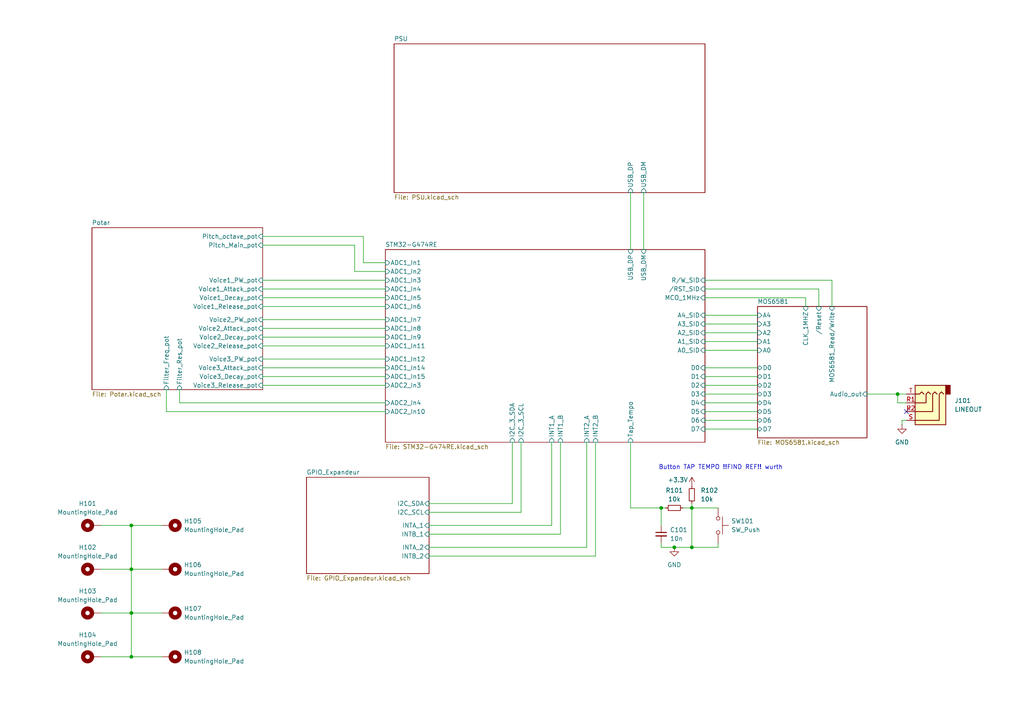
<source format=kicad_sch>
(kicad_sch (version 20231120) (generator "eeschema") (generator_version "8.0")
  (paper "A4")
  (lib_symbols
    (symbol "Connector_Audio:AudioJack4"
      (property "Reference" "J" (at 0 8.89 0))
      (property "Value" "AudioJack4" (at 0 6.35 0))
      (symbol "AudioJack4_0_1"
        (rectangle (start -6.35 -5.08) (end -7.62 -7.62) (stroke (width 0.254)) (fill (type outline)))
        (polyline (pts (xy 0 -5.08) (xy 0.635 -5.715) (xy 1.27 -5.08) (xy 2.54 -5.08)) (stroke (width 0.254)))
        (polyline (pts (xy -5.715 -5.08) (xy -5.08 -5.715) (xy -4.445 -5.08) (xy -4.445 2.54) (xy 2.54 2.54)) (stroke (width 0.254)))
        (polyline (pts (xy -1.905 -5.08) (xy -1.27 -5.715) (xy -0.635 -5.08) (xy -0.635 -2.54) (xy 2.54 -2.54)) (stroke (width 0.254)))
        (polyline (pts (xy 2.54 0) (xy -2.54 0) (xy -2.54 -5.08) (xy -3.175 -5.715) (xy -3.81 -5.08)) (stroke (width 0.254)))
        (rectangle (start 2.54 3.81) (end -6.35 -7.62) (stroke (width 0.254)) (fill (type background)))
      )
      (symbol "AudioJack4_1_1"
        (pin passive line (at 5.08 -2.54 180) (length 2.54) (name "~") (number "R1"))
        (pin passive line (at 5.08 0 180) (length 2.54) (name "~") (number "R2"))
        (pin passive line (at 5.08 2.54 180) (length 2.54) (name "~") (number "S"))
        (pin passive line (at 5.08 -5.08 180) (length 2.54) (name "~") (number "T"))
      )
    )
    (symbol "Device:C_Small" (pin_numbers hide) (pin_names (offset 0.254) hide)
      (property "Reference" "C" (at 0.254 1.778 0))
      (property "Value" "C_Small" (at 0.254 -2.032 0))
      (symbol "C_Small_0_1"
        (polyline (pts (xy -1.524 -0.508) (xy 1.524 -0.508)) (stroke (width 0.3302)))
        (polyline (pts (xy -1.524 0.508) (xy 1.524 0.508)) (stroke (width 0.3048)))
      )
      (symbol "C_Small_1_1"
        (pin passive line (at 0 2.54 270) (length 2.032) (name "~") (number "1"))
        (pin passive line (at 0 -2.54 90) (length 2.032) (name "~") (number "2"))
      )
    )
    (symbol "Device:R_Small" (pin_numbers hide) (pin_names (offset 0.254) hide)
      (property "Reference" "R" (at 0.762 0.508 0))
      (property "Value" "R_Small" (at 0.762 -1.016 0))
      (symbol "R_Small_0_1"
        (rectangle (start -0.762 1.778) (end 0.762 -1.778) (stroke (width 0.2032)))
      )
      (symbol "R_Small_1_1"
        (pin passive line (at 0 2.54 270) (length 0.762) (name "~") (number "1"))
        (pin passive line (at 0 -2.54 90) (length 0.762) (name "~") (number "2"))
      )
    )
    (symbol "Mechanical:MountingHole_Pad" (pin_numbers hide) (pin_names (offset 1.016) hide)
      (property "Reference" "H" (at 0 6.35 0))
      (property "Value" "MountingHole_Pad" (at 0 4.445 0))
      (symbol "MountingHole_Pad_0_1"
        (circle (center 0 1.27) (radius 1.27) (stroke (width 1.27)))
      )
      (symbol "MountingHole_Pad_1_1"
        (pin input line (at 0 -2.54 90) (length 2.54) (name "1") (number "1"))
      )
    )
    (symbol "Switch:SW_Push" (pin_numbers hide) (pin_names (offset 1.016) hide)
      (property "Reference" "SW" (at 1.27 2.54 0))
      (property "Value" "SW_Push" (at 0 -1.524 0))
      (symbol "SW_Push_0_1"
        (circle (center -2.032 0) (radius 0.508))
        (polyline (pts (xy 0 1.27) (xy 0 3.048)))
        (polyline (pts (xy 2.54 1.27) (xy -2.54 1.27)))
        (circle (center 2.032 0) (radius 0.508))
        (pin passive line (at -5.08 0 0) (length 2.54) (name "1") (number "1"))
        (pin passive line (at 5.08 0 180) (length 2.54) (name "2") (number "2"))
      )
    )
    (symbol "power:+3.3V" (power) (pin_numbers hide) (pin_names (offset 0) hide)
      (property "Value" "+3.3V" (at 0 3.556 0))
      (symbol "+3.3V_0_1"
        (polyline (pts (xy -0.762 1.27) (xy 0 2.54)))
        (polyline (pts (xy 0 0) (xy 0 2.54)))
        (polyline (pts (xy 0 2.54) (xy 0.762 1.27)))
      )
      (symbol "+3.3V_1_1"
        (pin power_in line (at 0 0 90) (length 0) (name "~") (number "1"))
      )
    )
    (symbol "power:GND" (power) (pin_numbers hide) (pin_names (offset 0) hide)
      (property "Value" "GND" (at 0 -3.81 0))
      (symbol "GND_0_1"
        (polyline (pts (xy 0 0) (xy 0 -1.27) (xy 1.27 -1.27) (xy 0 -2.54) (xy -1.27 -1.27) (xy 0 -1.27)))
      )
      (symbol "GND_1_1"
        (pin power_in line (at 0 0 270) (length 0) (name "~") (number "1"))
      )
    )
  )
  (junction (at 195.58 158.75))
  (junction (at 260.35 114.3))
  (junction (at 38.1 177.8))
  (junction (at 38.1 190.5))
  (junction (at 38.1 165.1))
  (junction (at 200.66 158.75))
  (junction (at 191.77 147.32))
  (junction (at 200.66 147.32))
  (junction (at 38.1 152.4))
  (no_connect (at 262.89 119.38))
  (wire (pts (xy 204.47 124.46) (xy 219.71 124.46)))
  (wire (pts (xy 102.87 78.74) (xy 111.76 78.74)))
  (wire (pts (xy 48.26 113.03) (xy 48.26 119.38)))
  (wire (pts (xy 29.21 177.8) (xy 38.1 177.8)))
  (wire (pts (xy 76.2 97.79) (xy 111.76 97.79)))
  (wire (pts (xy 204.47 121.92) (xy 219.71 121.92)))
  (wire (pts (xy 204.47 109.22) (xy 219.71 109.22)))
  (wire (pts (xy 260.35 116.84) (xy 260.35 114.3)))
  (wire (pts (xy 204.47 81.28) (xy 241.3 81.28)))
  (wire (pts (xy 237.49 83.82) (xy 237.49 88.9)))
  (wire (pts (xy 204.47 96.52) (xy 219.71 96.52)))
  (wire (pts (xy 38.1 165.1) (xy 46.99 165.1)))
  (wire (pts (xy 198.12 147.32) (xy 200.66 147.32)))
  (wire (pts (xy 241.3 88.9) (xy 241.3 81.28)))
  (wire (pts (xy 200.66 146.05) (xy 200.66 147.32)))
  (wire (pts (xy 38.1 152.4) (xy 46.99 152.4)))
  (wire (pts (xy 52.07 116.84) (xy 111.76 116.84)))
  (wire (pts (xy 182.88 147.32) (xy 191.77 147.32)))
  (wire (pts (xy 162.56 154.94) (xy 162.56 128.27)))
  (wire (pts (xy 76.2 88.9) (xy 111.76 88.9)))
  (wire (pts (xy 208.28 158.75) (xy 208.28 157.48)))
  (wire (pts (xy 76.2 111.76) (xy 111.76 111.76)))
  (wire (pts (xy 204.47 101.6) (xy 219.71 101.6)))
  (wire (pts (xy 204.47 99.06) (xy 219.71 99.06)))
  (wire (pts (xy 29.21 152.4) (xy 38.1 152.4)))
  (wire (pts (xy 76.2 109.22) (xy 111.76 109.22)))
  (wire (pts (xy 151.13 148.59) (xy 124.46 148.59)))
  (wire (pts (xy 151.13 128.27) (xy 151.13 148.59)))
  (wire (pts (xy 29.21 165.1) (xy 38.1 165.1)))
  (wire (pts (xy 102.87 71.12) (xy 102.87 78.74)))
  (wire (pts (xy 200.66 147.32) (xy 208.28 147.32)))
  (wire (pts (xy 182.88 55.88) (xy 182.88 72.39)))
  (wire (pts (xy 204.47 116.84) (xy 219.71 116.84)))
  (wire (pts (xy 233.68 88.9) (xy 233.68 86.36)))
  (wire (pts (xy 186.69 55.88) (xy 186.69 72.39)))
  (wire (pts (xy 38.1 152.4) (xy 38.1 165.1)))
  (wire (pts (xy 172.72 128.27) (xy 172.72 161.29)))
  (wire (pts (xy 76.2 95.25) (xy 111.76 95.25)))
  (wire (pts (xy 29.21 190.5) (xy 38.1 190.5)))
  (wire (pts (xy 76.2 100.33) (xy 111.76 100.33)))
  (wire (pts (xy 261.62 121.92) (xy 262.89 121.92)))
  (wire (pts (xy 251.46 114.3) (xy 260.35 114.3)))
  (wire (pts (xy 200.66 147.32) (xy 200.66 158.75)))
  (wire (pts (xy 105.41 68.58) (xy 105.41 76.2)))
  (wire (pts (xy 172.72 161.29) (xy 124.46 161.29)))
  (wire (pts (xy 191.77 147.32) (xy 193.04 147.32)))
  (wire (pts (xy 76.2 68.58) (xy 105.41 68.58)))
  (wire (pts (xy 262.89 116.84) (xy 260.35 116.84)))
  (wire (pts (xy 105.41 76.2) (xy 111.76 76.2)))
  (wire (pts (xy 38.1 177.8) (xy 46.99 177.8)))
  (wire (pts (xy 204.47 83.82) (xy 237.49 83.82)))
  (wire (pts (xy 160.02 128.27) (xy 160.02 152.4)))
  (wire (pts (xy 191.77 152.4) (xy 191.77 147.32)))
  (wire (pts (xy 200.66 158.75) (xy 195.58 158.75)))
  (wire (pts (xy 204.47 106.68) (xy 219.71 106.68)))
  (wire (pts (xy 148.59 146.05) (xy 124.46 146.05)))
  (wire (pts (xy 76.2 86.36) (xy 111.76 86.36)))
  (wire (pts (xy 170.18 128.27) (xy 170.18 158.75)))
  (wire (pts (xy 76.2 83.82) (xy 111.76 83.82)))
  (wire (pts (xy 170.18 158.75) (xy 124.46 158.75)))
  (wire (pts (xy 191.77 157.48) (xy 191.77 158.75)))
  (wire (pts (xy 160.02 152.4) (xy 124.46 152.4)))
  (wire (pts (xy 76.2 71.12) (xy 102.87 71.12)))
  (wire (pts (xy 38.1 190.5) (xy 46.99 190.5)))
  (wire (pts (xy 52.07 113.03) (xy 52.07 116.84)))
  (wire (pts (xy 204.47 91.44) (xy 219.71 91.44)))
  (wire (pts (xy 204.47 93.98) (xy 219.71 93.98)))
  (wire (pts (xy 261.62 123.19) (xy 261.62 121.92)))
  (wire (pts (xy 260.35 114.3) (xy 262.89 114.3)))
  (wire (pts (xy 48.26 119.38) (xy 111.76 119.38)))
  (wire (pts (xy 182.88 128.27) (xy 182.88 147.32)))
  (wire (pts (xy 76.2 92.71) (xy 111.76 92.71)))
  (wire (pts (xy 76.2 106.68) (xy 111.76 106.68)))
  (wire (pts (xy 191.77 158.75) (xy 195.58 158.75)))
  (wire (pts (xy 204.47 111.76) (xy 219.71 111.76)))
  (wire (pts (xy 148.59 128.27) (xy 148.59 146.05)))
  (wire (pts (xy 208.28 158.75) (xy 200.66 158.75)))
  (wire (pts (xy 124.46 154.94) (xy 162.56 154.94)))
  (wire (pts (xy 76.2 104.14) (xy 111.76 104.14)))
  (wire (pts (xy 38.1 177.8) (xy 38.1 190.5)))
  (wire (pts (xy 204.47 119.38) (xy 219.71 119.38)))
  (wire (pts (xy 76.2 81.28) (xy 111.76 81.28)))
  (wire (pts (xy 38.1 165.1) (xy 38.1 177.8)))
  (wire (pts (xy 204.47 114.3) (xy 219.71 114.3)))
  (wire (pts (xy 204.47 86.36) (xy 233.68 86.36)))
  (text "Button TAP TEMPO !!FIND REF!! wurth" (at 209.042 135.636 0) (effects (font (size 1.27 1.27))))
  (symbol (lib_id "Device:R_Small") (at 195.58 147.32 90) (unit 1)
    (property "Reference" "R101" (at 195.58 142.24 90))
    (property "Value" "10k" (at 195.58 144.78 90))
    (property "Footprint" "Resistor_SMD:R_0402_1005Metric" (effects (hide yes)))
    (property "Description" "Resistor, small symbol" (effects (hide yes)))
  )
  (symbol (lib_id "Switch:SW_Push") (at 208.28 152.4 270) (unit 1)
    (property "Reference" "SW101" (at 212.09 151.1299 90) (effects (justify left)))
    (property "Value" "SW_Push" (at 212.09 153.6699 90) (effects (justify left)))
    (property "Footprint" "Library:SMT Push Button 12x12" (effects (hide yes)))
    (property "Description" "Push button switch, generic, two pins" (effects (hide yes)))
  )
  (symbol (lib_id "Mechanical:MountingHole_Pad") (at 26.67 165.1 90) (unit 1)
    (property "Reference" "H102" (at 25.4 158.75 90))
    (property "Value" "MountingHole_Pad" (at 25.4 161.29 90))
    (property "Footprint" "MountingHole:MountingHole_3.2mm_M3_Pad_Via" (effects (hide yes)))
    (property "Description" "Mounting Hole with connection" (effects (hide yes)))
  )
  (symbol (lib_id "Mechanical:MountingHole_Pad") (at 26.67 190.5 90) (unit 1)
    (property "Reference" "H104" (at 25.4 184.15 90))
    (property "Value" "MountingHole_Pad" (at 25.4 186.69 90))
    (property "Footprint" "MountingHole:MountingHole_3.2mm_M3_Pad_Via" (effects (hide yes)))
    (property "Description" "Mounting Hole with connection" (effects (hide yes)))
  )
  (symbol (lib_id "Mechanical:MountingHole_Pad") (at 49.53 190.5 270) (unit 1)
    (property "Reference" "H108" (at 53.34 189.2299 90) (effects (justify left)))
    (property "Value" "MountingHole_Pad" (at 53.34 191.7699 90) (effects (justify left)))
    (property "Footprint" "MountingHole:MountingHole_3.2mm_M3_Pad_Via" (effects (hide yes)))
    (property "Description" "Mounting Hole with connection" (effects (hide yes)))
  )
  (symbol (lib_id "Mechanical:MountingHole_Pad") (at 49.53 152.4 270) (unit 1)
    (property "Reference" "H105" (at 53.34 151.1299 90) (effects (justify left)))
    (property "Value" "MountingHole_Pad" (at 53.34 153.6699 90) (effects (justify left)))
    (property "Footprint" "MountingHole:MountingHole_3.2mm_M3_Pad_Via" (effects (hide yes)))
    (property "Description" "Mounting Hole with connection" (effects (hide yes)))
  )
  (symbol (lib_id "power:+3.3V") (at 200.66 140.97 0) (unit 1)
    (property "Reference" "#PWR0102" (effects (hide yes)))
    (property "Value" "+3.3V" (at 196.596 139.192 0))
    (property "Description" "Power symbol creates a global label with name \"+3.3V\"" (effects (hide yes)))
  )
  (symbol (lib_id "Connector_Audio:AudioJack4") (at 267.97 119.38 180) (unit 1)
    (property "Reference" "J101" (at 276.86 116.205 0) (effects (justify right)))
    (property "Value" "LINEOUT" (at 276.86 118.745 0) (effects (justify right)))
    (property "Footprint" "Connector_Audio:Jack_3.5mm_PJ320D_Horizontal" (effects (hide yes)))
    (property "LCSC Part" "C431535" (effects (hide yes)))
  )
  (symbol (lib_id "Device:C_Small") (at 191.77 154.94 0) (unit 1)
    (property "Reference" "C101" (at 194.31 153.6762 0) (effects (justify left)))
    (property "Value" "10n" (at 194.31 156.2162 0) (effects (justify left)))
    (property "Footprint" "Capacitor_SMD:C_0402_1005Metric" (effects (hide yes)))
    (property "Description" "Unpolarized capacitor, small symbol" (effects (hide yes)))
  )
  (symbol (lib_id "Mechanical:MountingHole_Pad") (at 49.53 177.8 270) (unit 1)
    (property "Reference" "H107" (at 53.34 176.5299 90) (effects (justify left)))
    (property "Value" "MountingHole_Pad" (at 53.34 179.0699 90) (effects (justify left)))
    (property "Footprint" "MountingHole:MountingHole_3.2mm_M3_Pad_Via" (effects (hide yes)))
    (property "Description" "Mounting Hole with connection" (effects (hide yes)))
  )
  (symbol (lib_id "power:GND") (at 195.58 158.75 0) (unit 1)
    (property "Reference" "#PWR0101" (effects (hide yes)))
    (property "Value" "GND" (at 195.58 163.83 0))
    (property "Description" "Power symbol creates a global label with name \"GND\" , ground" (effects (hide yes)))
  )
  (symbol (lib_id "Mechanical:MountingHole_Pad") (at 49.53 165.1 270) (unit 1)
    (property "Reference" "H106" (at 53.34 163.8299 90) (effects (justify left)))
    (property "Value" "MountingHole_Pad" (at 53.34 166.3699 90) (effects (justify left)))
    (property "Footprint" "MountingHole:MountingHole_3.2mm_M3_Pad_Via" (effects (hide yes)))
    (property "Description" "Mounting Hole with connection" (effects (hide yes)))
  )
  (symbol (lib_id "power:GND") (at 261.62 123.19 0) (unit 1)
    (property "Reference" "#PWR0103" (effects (hide yes)))
    (property "Value" "GND" (at 261.62 128.27 0))
  )
  (symbol (lib_id "Mechanical:MountingHole_Pad") (at 26.67 152.4 90) (unit 1)
    (property "Reference" "H101" (at 25.4 146.05 90))
    (property "Value" "MountingHole_Pad" (at 25.4 148.59 90))
    (property "Footprint" "MountingHole:MountingHole_3.2mm_M3_Pad_Via" (effects (hide yes)))
    (property "Description" "Mounting Hole with connection" (effects (hide yes)))
  )
  (symbol (lib_id "Mechanical:MountingHole_Pad") (at 26.67 177.8 90) (unit 1)
    (property "Reference" "H103" (at 25.4 171.45 90))
    (property "Value" "MountingHole_Pad" (at 25.4 173.99 90))
    (property "Footprint" "MountingHole:MountingHole_3.2mm_M3_Pad_Via" (effects (hide yes)))
    (property "Description" "Mounting Hole with connection" (effects (hide yes)))
  )
  (symbol (lib_id "Device:R_Small") (at 200.66 143.51 0) (unit 1)
    (property "Reference" "R102" (at 203.2 142.2399 0) (effects (justify left)))
    (property "Value" "10k" (at 203.2 144.7799 0) (effects (justify left)))
    (property "Footprint" "Resistor_SMD:R_0402_1005Metric" (effects (hide yes)))
    (property "Description" "Resistor, small symbol" (effects (hide yes)))
  )
  (sheet (at 114.3 12.7) (size 90.17 43.18) (stroke (width 0.1524))
    (property "Sheetname" "PSU" (at 114.3 11.9884 0) (effects (justify left bottom)))
    (property "Sheetfile" "PSU.kicad_sch" (at 114.3 56.4646 0) (effects (justify left top)))
    (pin "USB_DM" input (at 186.69 55.88 270))
    (pin "USB_DP" input (at 182.88 55.88 270))
  )
  (sheet (at 26.67 66.04) (size 49.53 46.99) (stroke (width 0.1524))
    (property "Sheetname" "Potar" (at 26.67 65.3284 0) (effects (justify left bottom)))
    (property "Sheetfile" "Potar.kicad_sch" (at 26.67 113.6146 0) (effects (justify left top)))
    (pin "Voice1_Release_pot" input (at 76.2 88.9 0))
    (pin "Voice1_PW_pot" input (at 76.2 81.28 0))
    (pin "Voice1_Decay_pot" input (at 76.2 86.36 0))
    (pin "Voice1_Attack_pot" input (at 76.2 83.82 0))
    (pin "Pitch_octave_pot" input (at 76.2 68.58 0))
    (pin "Pitch_Main_pot" input (at 76.2 71.12 0))
    (pin "Filter_Freq_pot" input (at 48.26 113.03 270))
    (pin "Filter_Res_pot" input (at 52.07 113.03 270))
    (pin "Voice3_PW_pot" input (at 76.2 104.14 0))
    (pin "Voice2_Release_pot" input (at 76.2 100.33 0))
    (pin "Voice2_PW_pot" input (at 76.2 92.71 0))
    (pin "Voice2_Decay_pot" input (at 76.2 97.79 0))
    (pin "Voice2_Attack_pot" input (at 76.2 95.25 0))
    (pin "Voice3_Decay_pot" input (at 76.2 109.22 0))
    (pin "Voice3_Release_pot" input (at 76.2 111.76 0))
    (pin "Voice3_Attack_pot" input (at 76.2 106.68 0))
  )
  (sheet (at 219.71 88.9) (size 31.75 38.1) (stroke (width 0.1524))
    (property "Sheetname" "MOS6581" (at 219.71 88.1884 0) (effects (justify left bottom)))
    (property "Sheetfile" "MOS6581.kicad_sch" (at 219.71 127.5846 0) (effects (justify left top)))
    (pin "A4" input (at 219.71 91.44 180))
    (pin "A2" input (at 219.71 96.52 180))
    (pin "A0" input (at 219.71 101.6 180))
    (pin "A1" input (at 219.71 99.06 180))
    (pin "A3" input (at 219.71 93.98 180))
    (pin "D4" bidirectional (at 219.71 116.84 180))
    (pin "D2" bidirectional (at 219.71 111.76 180))
    (pin "D0" bidirectional (at 219.71 106.68 180))
    (pin "D1" bidirectional (at 219.71 109.22 180))
    (pin "D3" bidirectional (at 219.71 114.3 180))
    (pin "D6" bidirectional (at 219.71 121.92 180))
    (pin "D7" bidirectional (at 219.71 124.46 180))
    (pin "D5" bidirectional (at 219.71 119.38 180))
    (pin "CLK_1MHZ" input (at 233.68 88.9 90))
    (pin "MOS6581_Read{slash}Write" input (at 241.3 88.9 90))
    (pin "Audio_out" input (at 251.46 114.3 0))
    (pin "{slash}Reset" input (at 237.49 88.9 90))
  )
  (sheet (at 88.9 138.43) (size 35.56 27.94) (stroke (width 0.1524))
    (property "Sheetname" "GPIO_Expandeur" (at 88.9 137.7184 0) (effects (justify left bottom)))
    (property "Sheetfile" "GPIO_Expandeur.kicad_sch" (at 88.9 166.9546 0) (effects (justify left top)))
    (pin "I2C_SDA" input (at 124.46 146.05 0))
    (pin "I2C_SCL" input (at 124.46 148.59 0))
    (pin "INTA_2" input (at 124.46 158.75 0))
    (pin "INTB_2" input (at 124.46 161.29 0))
    (pin "INTA_1" input (at 124.46 152.4 0))
    (pin "INTB_1" input (at 124.46 154.94 0))
  )
  (sheet (at 111.76 72.39) (size 92.71 55.88) (stroke (width 0.1524))
    (property "Sheetname" "STM32-G474RE" (at 111.76 71.6784 0) (effects (justify left bottom)))
    (property "Sheetfile" "STM32-G474RE.kicad_sch" (at 111.76 128.8546 0) (effects (justify left top)))
    (pin "USB_DP" input (at 182.88 72.39 90))
    (pin "USB_DM" input (at 186.69 72.39 90))
    (pin "ADC2_In10" input (at 111.76 119.38 180))
    (pin "ADC1_In1" input (at 111.76 76.2 180))
    (pin "ADC1_In2" input (at 111.76 78.74 180))
    (pin "ADC1_In4" input (at 111.76 83.82 180))
    (pin "ADC1_In3" input (at 111.76 81.28 180))
    (pin "ADC1_In9" input (at 111.76 97.79 180))
    (pin "I2C_3_SCL" input (at 151.13 128.27 270))
    (pin "I2C_3_SDA" input (at 148.59 128.27 270))
    (pin "ADC1_In8" input (at 111.76 95.25 180))
    (pin "ADC2_In4" input (at 111.76 116.84 180))
    (pin "ADC1_In12" input (at 111.76 104.14 180))
    (pin "ADC1_In15" input (at 111.76 109.22 180))
    (pin "ADC2_In3" input (at 111.76 111.76 180))
    (pin "ADC1_In11" input (at 111.76 100.33 180))
    (pin "ADC1_In14" input (at 111.76 106.68 180))
    (pin "ADC1_In5" input (at 111.76 86.36 180))
    (pin "ADC1_In7" input (at 111.76 92.71 180))
    (pin "ADC1_In6" input (at 111.76 88.9 180))
    (pin "D3" input (at 204.47 114.3 0))
    (pin "D4" input (at 204.47 116.84 0))
    (pin "D5" input (at 204.47 119.38 0))
    (pin "D2" input (at 204.47 111.76 0))
    (pin "D0" input (at 204.47 106.68 0))
    (pin "D1" input (at 204.47 109.22 0))
    (pin "A2_SID" input (at 204.47 96.52 0))
    (pin "A0_SID" input (at 204.47 101.6 0))
    (pin "A1_SID" input (at 204.47 99.06 0))
    (pin "A3_SID" input (at 204.47 93.98 0))
    (pin "A4_SID" input (at 204.47 91.44 0))
    (pin "D6" input (at 204.47 121.92 0))
    (pin "D7" input (at 204.47 124.46 0))
    (pin "MCO_1MHz" input (at 204.47 86.36 0))
    (pin "{slash}RST_SID" input (at 204.47 83.82 0))
    (pin "R{slash}W_SID" input (at 204.47 81.28 0))
    (pin "INT2_A" input (at 170.18 128.27 270))
    (pin "INT2_B" input (at 172.72 128.27 270))
    (pin "INT1_A" input (at 160.02 128.27 270))
    (pin "INT1_B" input (at 162.56 128.27 270))
    (pin "Tap_Tempo" input (at 182.88 128.27 270))
  )
)
</source>
